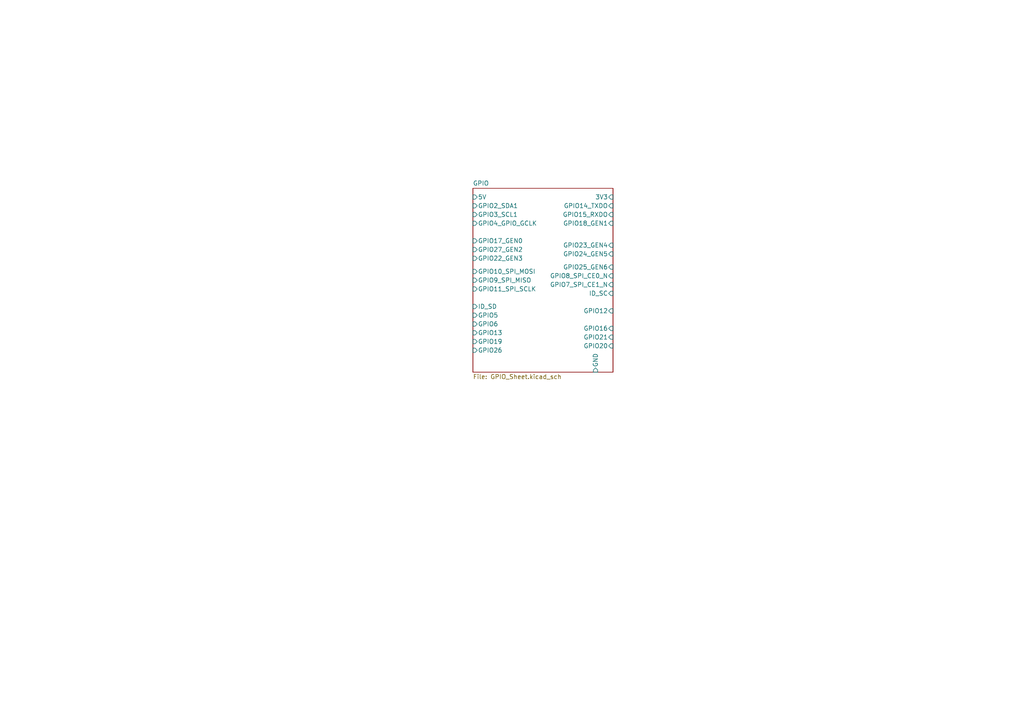
<source format=kicad_sch>
(kicad_sch (version 20230121) (generator eeschema)
  (paper "A4")
  (lib_symbols)
  (sheet (at 137.16 54.61) (size 40.64 53.34) (stroke (width 0.1524))
    (property "Sheetname" "GPIO" (at 137.16 53.8984 0) (effects (justify left bottom)))
    (property "Sheetfile" "GPIO_Sheet.kicad_sch" (at 137.16 108.5346 0) (effects (justify left top)))
    (pin "GPIO14_TXDO" input (at 177.8 59.69 0))
    (pin "GPIO18_GEN1" input (at 177.8 64.77 0))
    (pin "GPIO15_RXDO" input (at 177.8 62.23 0))
    (pin "GPIO23_GEN4" input (at 177.8 71.12 0))
    (pin "GPIO24_GEN5" input (at 177.8 73.66 0))
    (pin "GPIO8_SPI_CE0_N" input (at 177.8 80.01 0))
    (pin "GPIO25_GEN6" input (at 177.8 77.47 0))
    (pin "GPIO7_SPI_CE1_N" input (at 177.8 82.55 0))
    (pin "ID_SC" input (at 177.8 85.09 0))
    (pin "GPIO12" input (at 177.8 90.17 0))
    (pin "GPIO16" input (at 177.8 95.25 0))
    (pin "GPIO21" input (at 177.8 97.79 0))
    (pin "GPIO20" input (at 177.8 100.33 0))
    (pin "GPIO19" input (at 137.16 99.06 180))
    (pin "GPIO26" input (at 137.16 101.6 180))
    (pin "ID_SD" input (at 137.16 88.9 180))
    (pin "GPIO6" input (at 137.16 93.98 180))
    (pin "GPIO13" input (at 137.16 96.52 180))
    (pin "GPIO5" input (at 137.16 91.44 180))
    (pin "GPIO4_GPIO_GCLK" input (at 137.16 64.77 180))
    (pin "GPIO2_SDA1" input (at 137.16 59.69 180))
    (pin "GPIO3_SCL1" input (at 137.16 62.23 180))
    (pin "GPIO17_GEN0" input (at 137.16 69.85 180))
    (pin "GPIO22_GEN3" input (at 137.16 74.93 180))
    (pin "GPIO27_GEN2" input (at 137.16 72.39 180))
    (pin "GPIO11_SPI_SCLK" input (at 137.16 83.82 180))
    (pin "GPIO10_SPI_MOSI" input (at 137.16 78.74 180))
    (pin "GPIO9_SPI_MISO" input (at 137.16 81.28 180))
    (pin "5V" input (at 137.16 57.15 180))
    (pin "3V3" input (at 177.8 57.15 0))
    (pin "GND" input (at 172.72 107.95 270))
  )
)
</source>
